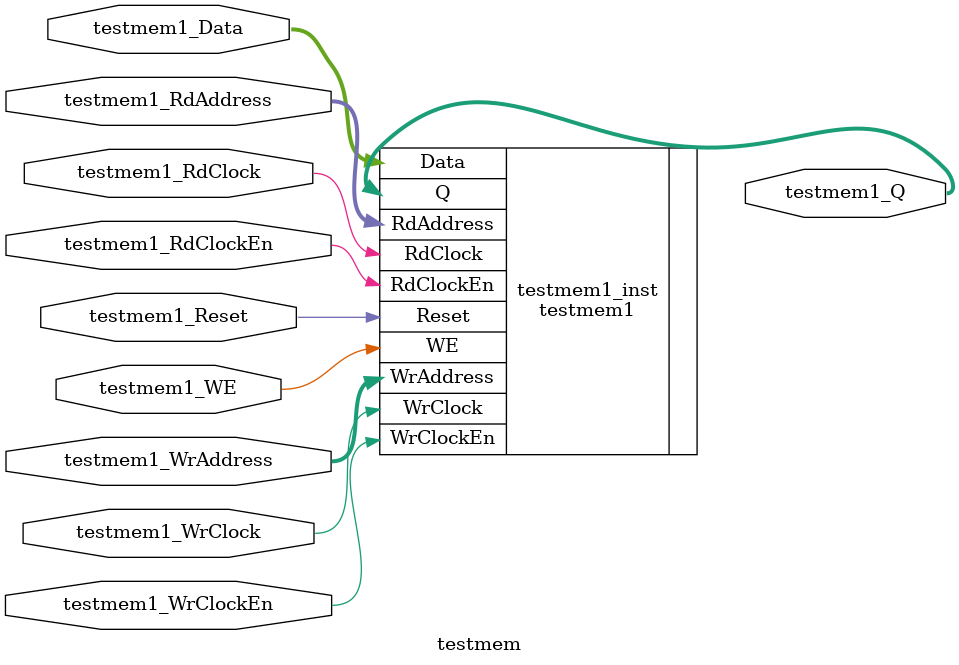
<source format=v>
/* synthesis translate_off*/
`define SBP_SIMULATION
/* synthesis translate_on*/
`ifndef SBP_SIMULATION
`define SBP_SYNTHESIS
`endif

//
// Verific Verilog Description of module testmem
//
module testmem (testmem1_Data, testmem1_Q, testmem1_RdAddress, testmem1_WrAddress, 
            testmem1_RdClock, testmem1_RdClockEn, testmem1_Reset, testmem1_WE, 
            testmem1_WrClock, testmem1_WrClockEn) /* synthesis sbp_module=true */ ;
    input [35:0]testmem1_Data;
    output [35:0]testmem1_Q;
    input [8:0]testmem1_RdAddress;
    input [8:0]testmem1_WrAddress;
    input testmem1_RdClock;
    input testmem1_RdClockEn;
    input testmem1_Reset;
    input testmem1_WE;
    input testmem1_WrClock;
    input testmem1_WrClockEn;
    
    
    testmem1 testmem1_inst (.Data({testmem1_Data}), .Q({testmem1_Q}), .RdAddress({testmem1_RdAddress}), 
            .WrAddress({testmem1_WrAddress}), .RdClock(testmem1_RdClock), 
            .RdClockEn(testmem1_RdClockEn), .Reset(testmem1_Reset), .WE(testmem1_WE), 
            .WrClock(testmem1_WrClock), .WrClockEn(testmem1_WrClockEn));
    
endmodule


</source>
